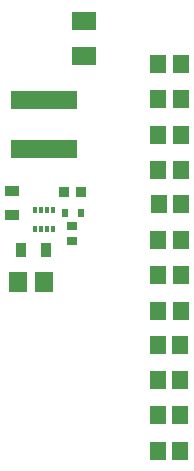
<source format=gbr>
%TF.GenerationSoftware,Altium Limited,Altium Designer,22.10.1 (41)*%
G04 Layer_Color=128*
%FSLAX45Y45*%
%MOMM*%
%TF.SameCoordinates,46D62589-93FC-40D0-8CC9-1CC447A4D7C4*%
%TF.FilePolarity,Positive*%
%TF.FileFunction,Paste,Bot*%
%TF.Part,Single*%
G01*
G75*
%TA.AperFunction,SMDPad,CuDef*%
%ADD11R,0.95620X1.20620*%
%ADD12R,1.20620X0.95620*%
%ADD54R,0.95814X0.91213*%
%ADD55R,0.95000X0.80000*%
%ADD56R,2.00000X1.65000*%
%ADD57R,5.60000X1.65000*%
%ADD58R,1.55395X1.70620*%
%ADD59R,0.30000X0.47500*%
%ADD60R,0.60000X0.80000*%
%ADD61R,1.40000X1.50000*%
D11*
X6692500Y5131223D02*
D03*
X6487500D02*
D03*
D12*
X6406544Y5424340D02*
D03*
Y5629339D02*
D03*
D54*
X6847301Y5617190D02*
D03*
X6992699D02*
D03*
D55*
X6920000Y5335000D02*
D03*
Y5205000D02*
D03*
D56*
X7020000Y6773000D02*
D03*
Y7068000D02*
D03*
D57*
X6680000Y6395074D02*
D03*
Y5980074D02*
D03*
D58*
X6462388Y4860888D02*
D03*
X6677613D02*
D03*
D59*
X6754782Y5302759D02*
D03*
X6704781D02*
D03*
X6654781D02*
D03*
X6604781D02*
D03*
Y5470358D02*
D03*
X6654781D02*
D03*
X6704781D02*
D03*
X6754782D02*
D03*
D60*
X6859806Y5440000D02*
D03*
X6989806D02*
D03*
D61*
X7833482Y4027063D02*
D03*
X7643485D02*
D03*
X7833482Y3427065D02*
D03*
X7643485D02*
D03*
X7833482Y3727064D02*
D03*
X7643485D02*
D03*
X7833482Y4327068D02*
D03*
X7643485D02*
D03*
X7836891Y4614692D02*
D03*
X7646888D02*
D03*
X7836891Y4914692D02*
D03*
X7646888D02*
D03*
X7836891Y5214691D02*
D03*
X7646888D02*
D03*
X7841889Y5514691D02*
D03*
X7651887D02*
D03*
X7836891Y5803829D02*
D03*
X7646888D02*
D03*
X7836891Y6103833D02*
D03*
X7646888D02*
D03*
X7836891Y6403833D02*
D03*
X7646888D02*
D03*
X7836891Y6703832D02*
D03*
X7646888D02*
D03*
%TF.MD5,9e446c840d3c2961c86aa744162cb417*%
M02*

</source>
